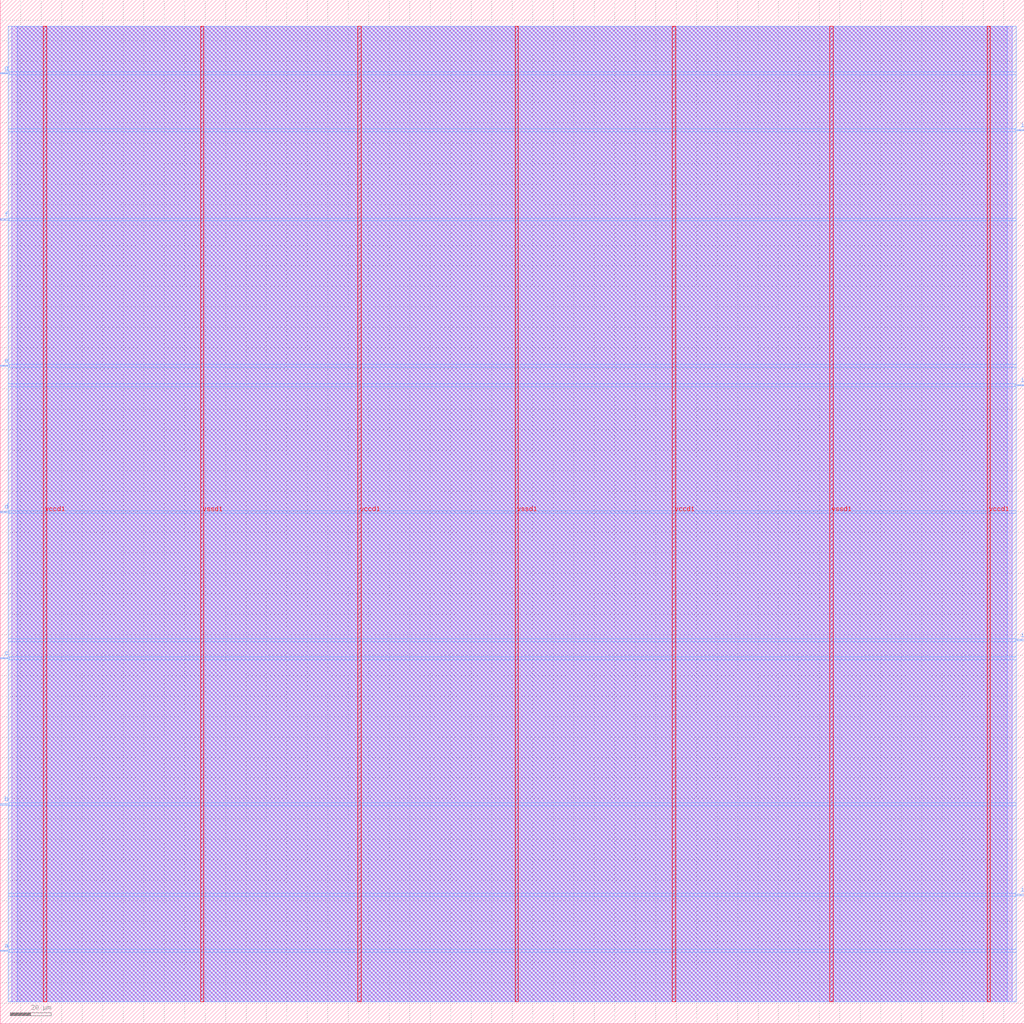
<source format=lef>
VERSION 5.7 ;
  NOWIREEXTENSIONATPIN ON ;
  DIVIDERCHAR "/" ;
  BUSBITCHARS "[]" ;
MACRO SEVEN_SEG_DECODER
  CLASS BLOCK ;
  FOREIGN SEVEN_SEG_DECODER ;
  ORIGIN 0.000 0.000 ;
  SIZE 500.000 BY 500.000 ;
  PIN a
    DIRECTION OUTPUT TRISTATE ;
    USE SIGNAL ;
    PORT
      LAYER met3 ;
        RECT 0.000 35.400 4.000 36.000 ;
    END
  END a
  PIN b
    DIRECTION OUTPUT TRISTATE ;
    USE SIGNAL ;
    PORT
      LAYER met3 ;
        RECT 0.000 106.800 4.000 107.400 ;
    END
  END b
  PIN c
    DIRECTION OUTPUT TRISTATE ;
    USE SIGNAL ;
    PORT
      LAYER met3 ;
        RECT 0.000 178.200 4.000 178.800 ;
    END
  END c
  PIN d
    DIRECTION OUTPUT TRISTATE ;
    USE SIGNAL ;
    PORT
      LAYER met3 ;
        RECT 0.000 249.600 4.000 250.200 ;
    END
  END d
  PIN e
    DIRECTION OUTPUT TRISTATE ;
    USE SIGNAL ;
    PORT
      LAYER met3 ;
        RECT 0.000 321.000 4.000 321.600 ;
    END
  END e
  PIN f
    DIRECTION OUTPUT TRISTATE ;
    USE SIGNAL ;
    PORT
      LAYER met3 ;
        RECT 0.000 392.400 4.000 393.000 ;
    END
  END f
  PIN g
    DIRECTION OUTPUT TRISTATE ;
    USE SIGNAL ;
    PORT
      LAYER met3 ;
        RECT 0.000 463.800 4.000 464.400 ;
    END
  END g
  PIN i[0]
    DIRECTION INPUT ;
    USE SIGNAL ;
    PORT
      LAYER met3 ;
        RECT 496.000 62.600 500.000 63.200 ;
    END
  END i[0]
  PIN i[1]
    DIRECTION INPUT ;
    USE SIGNAL ;
    PORT
      LAYER met3 ;
        RECT 496.000 187.040 500.000 187.640 ;
    END
  END i[1]
  PIN i[2]
    DIRECTION INPUT ;
    USE SIGNAL ;
    PORT
      LAYER met3 ;
        RECT 496.000 311.480 500.000 312.080 ;
    END
  END i[2]
  PIN i[3]
    DIRECTION INPUT ;
    USE SIGNAL ;
    PORT
      LAYER met3 ;
        RECT 496.000 435.920 500.000 436.520 ;
    END
  END i[3]
  PIN vccd1
    DIRECTION INOUT ;
    USE POWER ;
    PORT
      LAYER met4 ;
        RECT 21.040 10.640 22.640 487.120 ;
    END
    PORT
      LAYER met4 ;
        RECT 174.640 10.640 176.240 487.120 ;
    END
    PORT
      LAYER met4 ;
        RECT 328.240 10.640 329.840 487.120 ;
    END
    PORT
      LAYER met4 ;
        RECT 481.840 10.640 483.440 487.120 ;
    END
  END vccd1
  PIN vssd1
    DIRECTION INOUT ;
    USE GROUND ;
    PORT
      LAYER met4 ;
        RECT 97.840 10.640 99.440 487.120 ;
    END
    PORT
      LAYER met4 ;
        RECT 251.440 10.640 253.040 487.120 ;
    END
    PORT
      LAYER met4 ;
        RECT 405.040 10.640 406.640 487.120 ;
    END
  END vssd1
  OBS
      LAYER li1 ;
        RECT 5.520 10.795 494.040 486.965 ;
      LAYER met1 ;
        RECT 5.520 10.640 494.040 487.120 ;
      LAYER met2 ;
        RECT 8.370 10.695 491.650 487.065 ;
      LAYER met3 ;
        RECT 4.000 464.800 496.000 487.045 ;
        RECT 4.400 463.400 496.000 464.800 ;
        RECT 4.000 436.920 496.000 463.400 ;
        RECT 4.000 435.520 495.600 436.920 ;
        RECT 4.000 393.400 496.000 435.520 ;
        RECT 4.400 392.000 496.000 393.400 ;
        RECT 4.000 322.000 496.000 392.000 ;
        RECT 4.400 320.600 496.000 322.000 ;
        RECT 4.000 312.480 496.000 320.600 ;
        RECT 4.000 311.080 495.600 312.480 ;
        RECT 4.000 250.600 496.000 311.080 ;
        RECT 4.400 249.200 496.000 250.600 ;
        RECT 4.000 188.040 496.000 249.200 ;
        RECT 4.000 186.640 495.600 188.040 ;
        RECT 4.000 179.200 496.000 186.640 ;
        RECT 4.400 177.800 496.000 179.200 ;
        RECT 4.000 107.800 496.000 177.800 ;
        RECT 4.400 106.400 496.000 107.800 ;
        RECT 4.000 63.600 496.000 106.400 ;
        RECT 4.000 62.200 495.600 63.600 ;
        RECT 4.000 36.400 496.000 62.200 ;
        RECT 4.400 35.000 496.000 36.400 ;
        RECT 4.000 10.715 496.000 35.000 ;
  END
END SEVEN_SEG_DECODER
END LIBRARY


</source>
